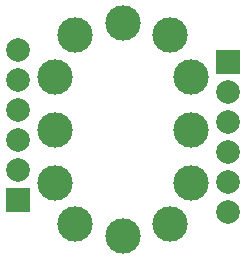
<source format=gbl>
G04 #@! TF.FileFunction,Copper,L2,Bot,Signal*
%FSLAX46Y46*%
G04 Gerber Fmt 4.6, Leading zero omitted, Abs format (unit mm)*
G04 Created by KiCad (PCBNEW 4.0.4-stable) date 12/02/17 16:31:00*
%MOMM*%
%LPD*%
G01*
G04 APERTURE LIST*
%ADD10C,0.100000*%
%ADD11C,3.000000*%
%ADD12R,2.000000X2.000000*%
%ADD13C,2.000000*%
G04 APERTURE END LIST*
D10*
D11*
X148590000Y-95775000D03*
X144590000Y-96775000D03*
X142840000Y-100275000D03*
X142840000Y-104775000D03*
X154340000Y-104775000D03*
X154340000Y-100275000D03*
X152590000Y-96775000D03*
X142840000Y-109275000D03*
X154340000Y-109275000D03*
X148590000Y-113775000D03*
X152590000Y-112775000D03*
X144590000Y-112775000D03*
D12*
X157480000Y-99060000D03*
D13*
X157480000Y-101600000D03*
X157480000Y-104140000D03*
X157480000Y-106680000D03*
X157480000Y-109220000D03*
X157480000Y-111760000D03*
D12*
X139700000Y-110744000D03*
D13*
X139700000Y-108204000D03*
X139700000Y-105664000D03*
X139700000Y-103124000D03*
X139700000Y-100584000D03*
X139700000Y-98044000D03*
M02*

</source>
